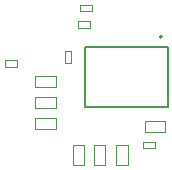
<source format=gbr>
G04*
G04 #@! TF.GenerationSoftware,Altium Limited,Altium Designer,23.0.1 (38)*
G04*
G04 Layer_Color=16711935*
%FSLAX25Y25*%
%MOIN*%
G70*
G04*
G04 #@! TF.SameCoordinates,AE5763C0-F2EE-4BCA-89C6-8F578BEF2D51*
G04*
G04*
G04 #@! TF.FilePolarity,Positive*
G04*
G01*
G75*
%ADD10C,0.00787*%
%ADD12C,0.00500*%
%ADD50C,0.00394*%
D10*
X151811Y73905D02*
G03*
X151811Y73905I-394J0D01*
G01*
D12*
X126221Y50657D02*
Y70342D01*
Y50657D02*
X153779D01*
Y70342D01*
X126221D02*
X153779D01*
D50*
X122130Y31055D02*
X125870D01*
X122130Y37945D02*
X125870D01*
X122130Y31055D02*
Y37945D01*
X125870Y31055D02*
Y37945D01*
X129254Y37945D02*
X132994D01*
X129254Y31055D02*
X132994D01*
Y37945D01*
X129254Y31055D02*
Y37945D01*
X136630Y31055D02*
X140370D01*
X136630Y37945D02*
X140370D01*
X136630Y31055D02*
Y37945D01*
X140370Y31055D02*
Y37945D01*
X146055Y45946D02*
X152945D01*
X146055Y42206D02*
X152945D01*
X146055D02*
Y45946D01*
X152945Y42206D02*
Y45946D01*
X149438Y36736D02*
Y38783D01*
X145383Y36736D02*
Y38783D01*
Y36736D02*
X149438D01*
X145383Y38783D02*
X149438D01*
X99433Y63917D02*
X103567D01*
X99433Y66083D02*
X103567D01*
Y63917D02*
Y66083D01*
X99433Y63917D02*
Y66083D01*
X124433Y82477D02*
X128567D01*
X124433Y84643D02*
X128567D01*
Y82477D02*
Y84643D01*
X124433Y82477D02*
Y84643D01*
X128028Y76976D02*
Y79024D01*
X123972Y76976D02*
Y79024D01*
Y76976D02*
X128028D01*
X123972Y79024D02*
X128028D01*
X119476Y69295D02*
X121524D01*
X119476Y65240D02*
X121524D01*
Y69295D01*
X119476Y65240D02*
Y69295D01*
X109555Y43130D02*
X116445D01*
X109555Y46870D02*
X116445D01*
Y43130D02*
Y46870D01*
X109555Y43130D02*
Y46870D01*
X109496Y57130D02*
X116386D01*
X109496Y60870D02*
X116386D01*
Y57130D02*
Y60870D01*
X109496Y57130D02*
Y60870D01*
X109555Y50130D02*
X116445D01*
X109555Y53870D02*
X116445D01*
Y50130D02*
Y53870D01*
X109555Y50130D02*
Y53870D01*
M02*

</source>
